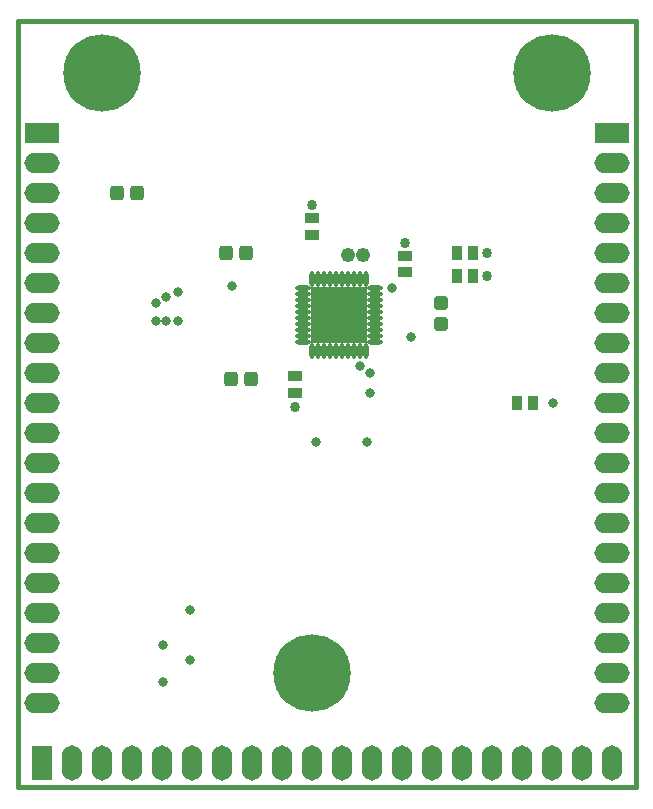
<source format=gts>
G04 Layer_Color=8388736*
%FSLAX25Y25*%
%MOIN*%
G70*
G01*
G75*
%ADD21C,0.01500*%
G04:AMPARAMS|DCode=35|XSize=47.37mil|YSize=43.43mil|CornerRadius=8.43mil|HoleSize=0mil|Usage=FLASHONLY|Rotation=270.000|XOffset=0mil|YOffset=0mil|HoleType=Round|Shape=RoundedRectangle|*
%AMROUNDEDRECTD35*
21,1,0.04737,0.02658,0,0,270.0*
21,1,0.03051,0.04343,0,0,270.0*
1,1,0.01686,-0.01329,-0.01526*
1,1,0.01686,-0.01329,0.01526*
1,1,0.01686,0.01329,0.01526*
1,1,0.01686,0.01329,-0.01526*
%
%ADD35ROUNDEDRECTD35*%
%ADD36R,0.18989X0.18989*%
%ADD37O,0.01784X0.05131*%
%ADD38O,0.05131X0.01784*%
%ADD39R,0.03753X0.04540*%
%ADD40R,0.04540X0.03753*%
G04:AMPARAMS|DCode=41|XSize=47.37mil|YSize=43.43mil|CornerRadius=8.43mil|HoleSize=0mil|Usage=FLASHONLY|Rotation=180.000|XOffset=0mil|YOffset=0mil|HoleType=Round|Shape=RoundedRectangle|*
%AMROUNDEDRECTD41*
21,1,0.04737,0.02658,0,0,180.0*
21,1,0.03051,0.04343,0,0,180.0*
1,1,0.01686,-0.01526,0.01329*
1,1,0.01686,0.01526,0.01329*
1,1,0.01686,0.01526,-0.01329*
1,1,0.01686,-0.01526,-0.01329*
%
%ADD41ROUNDEDRECTD41*%
%ADD42C,0.25800*%
%ADD43R,0.11800X0.06800*%
%ADD44O,0.11800X0.06800*%
%ADD45R,0.06800X0.11800*%
%ADD46O,0.06800X0.11800*%
%ADD47C,0.03200*%
%ADD48C,0.04800*%
%ADD49C,0.02769*%
%ADD50C,0.03400*%
D21*
X100000Y355500D02*
X102500D01*
X100000Y100000D02*
Y355500D01*
X102500D02*
X112500D01*
X161500D01*
X306000D01*
Y100000D02*
Y355500D01*
X100000Y100000D02*
X306000D01*
D35*
X177847Y236000D02*
D03*
X171153D02*
D03*
X176000Y278000D02*
D03*
X169307D02*
D03*
X133153Y298000D02*
D03*
X139847D02*
D03*
D36*
X207047Y257508D02*
D03*
D37*
X198189Y269516D02*
D03*
X200157D02*
D03*
X202126D02*
D03*
X204095D02*
D03*
X206063D02*
D03*
X208032D02*
D03*
X210000D02*
D03*
X211968D02*
D03*
X213937D02*
D03*
X215905D02*
D03*
Y245500D02*
D03*
X213937D02*
D03*
X211968D02*
D03*
X210000D02*
D03*
X208032D02*
D03*
X206063D02*
D03*
X204095D02*
D03*
X202126D02*
D03*
X200157D02*
D03*
X198189D02*
D03*
D38*
X219055Y266366D02*
D03*
Y264398D02*
D03*
Y262429D02*
D03*
Y260461D02*
D03*
Y258492D02*
D03*
Y256524D02*
D03*
Y254555D02*
D03*
Y252587D02*
D03*
Y250618D02*
D03*
Y248650D02*
D03*
X195039D02*
D03*
Y250618D02*
D03*
Y252587D02*
D03*
Y254555D02*
D03*
Y256524D02*
D03*
Y258492D02*
D03*
Y260461D02*
D03*
Y262429D02*
D03*
Y264398D02*
D03*
Y266366D02*
D03*
D39*
X251756Y270500D02*
D03*
X246244D02*
D03*
X251756Y278000D02*
D03*
X246244D02*
D03*
X271756Y228000D02*
D03*
X266244D02*
D03*
D40*
X229000Y277256D02*
D03*
Y271744D02*
D03*
X198000Y289756D02*
D03*
Y284244D02*
D03*
X192228Y231591D02*
D03*
Y237102D02*
D03*
D41*
X241000Y261347D02*
D03*
Y254654D02*
D03*
D42*
X198000Y138000D02*
D03*
X128000Y338000D02*
D03*
X278000D02*
D03*
D43*
X108000Y318000D02*
D03*
X298000D02*
D03*
D44*
X108000Y308000D02*
D03*
Y298000D02*
D03*
Y288000D02*
D03*
Y278000D02*
D03*
Y268000D02*
D03*
Y258000D02*
D03*
Y248000D02*
D03*
Y238000D02*
D03*
Y228000D02*
D03*
Y218000D02*
D03*
Y208000D02*
D03*
Y198000D02*
D03*
Y188000D02*
D03*
Y178000D02*
D03*
Y168000D02*
D03*
Y158000D02*
D03*
Y148000D02*
D03*
Y138000D02*
D03*
Y128000D02*
D03*
X298000Y308000D02*
D03*
Y298000D02*
D03*
Y288000D02*
D03*
Y278000D02*
D03*
Y268000D02*
D03*
Y258000D02*
D03*
Y248000D02*
D03*
Y238000D02*
D03*
Y228000D02*
D03*
Y218000D02*
D03*
Y208000D02*
D03*
Y198000D02*
D03*
Y188000D02*
D03*
Y178000D02*
D03*
Y168000D02*
D03*
Y158000D02*
D03*
Y148000D02*
D03*
Y138000D02*
D03*
Y128000D02*
D03*
D45*
X108000Y108000D02*
D03*
D46*
X118000D02*
D03*
X128000D02*
D03*
X138000D02*
D03*
X148000D02*
D03*
X158000D02*
D03*
X168000D02*
D03*
X178000D02*
D03*
X188000D02*
D03*
X198000D02*
D03*
X208000D02*
D03*
X218000D02*
D03*
X228000D02*
D03*
X238000D02*
D03*
X248000D02*
D03*
X258000D02*
D03*
X268000D02*
D03*
X278000D02*
D03*
X288000D02*
D03*
X298000D02*
D03*
D47*
X213937Y240500D02*
D03*
X149500Y255500D02*
D03*
X146000Y261500D02*
D03*
Y255500D02*
D03*
X149500Y263500D02*
D03*
X217500Y238000D02*
D03*
X148500Y147500D02*
D03*
Y135000D02*
D03*
X217500Y231500D02*
D03*
X157500Y159000D02*
D03*
Y142500D02*
D03*
X153500Y255500D02*
D03*
Y265000D02*
D03*
X224866Y266366D02*
D03*
X231000Y250000D02*
D03*
X199500Y215000D02*
D03*
X171500Y267000D02*
D03*
X216500Y215000D02*
D03*
X278500Y228000D02*
D03*
D48*
X210000Y277500D02*
D03*
X215000D02*
D03*
D49*
X213543Y251012D02*
D03*
X209213D02*
D03*
X204882D02*
D03*
X200551D02*
D03*
X213543Y255343D02*
D03*
X209213D02*
D03*
X204882D02*
D03*
X200551D02*
D03*
X213543Y259673D02*
D03*
X209213D02*
D03*
X204882D02*
D03*
X200551D02*
D03*
X213543Y264004D02*
D03*
X209213D02*
D03*
X204882D02*
D03*
X200551D02*
D03*
D50*
X198000Y294000D02*
D03*
X229000Y281500D02*
D03*
X256500Y278000D02*
D03*
Y270500D02*
D03*
X192228Y226847D02*
D03*
M02*

</source>
